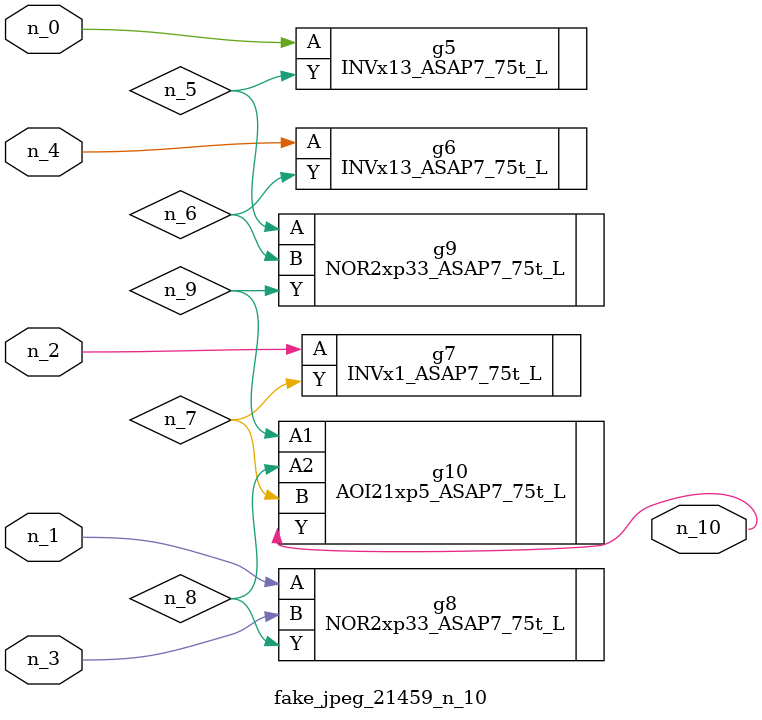
<source format=v>
module fake_jpeg_21459_n_10 (n_3, n_2, n_1, n_0, n_4, n_10);

input n_3;
input n_2;
input n_1;
input n_0;
input n_4;

output n_10;

wire n_8;
wire n_9;
wire n_6;
wire n_5;
wire n_7;

INVx13_ASAP7_75t_L g5 ( 
.A(n_0),
.Y(n_5)
);

INVx13_ASAP7_75t_L g6 ( 
.A(n_4),
.Y(n_6)
);

INVx1_ASAP7_75t_L g7 ( 
.A(n_2),
.Y(n_7)
);

NOR2xp33_ASAP7_75t_L g8 ( 
.A(n_1),
.B(n_3),
.Y(n_8)
);

NOR2xp33_ASAP7_75t_L g9 ( 
.A(n_5),
.B(n_6),
.Y(n_9)
);

AOI21xp5_ASAP7_75t_L g10 ( 
.A1(n_9),
.A2(n_8),
.B(n_7),
.Y(n_10)
);


endmodule
</source>
